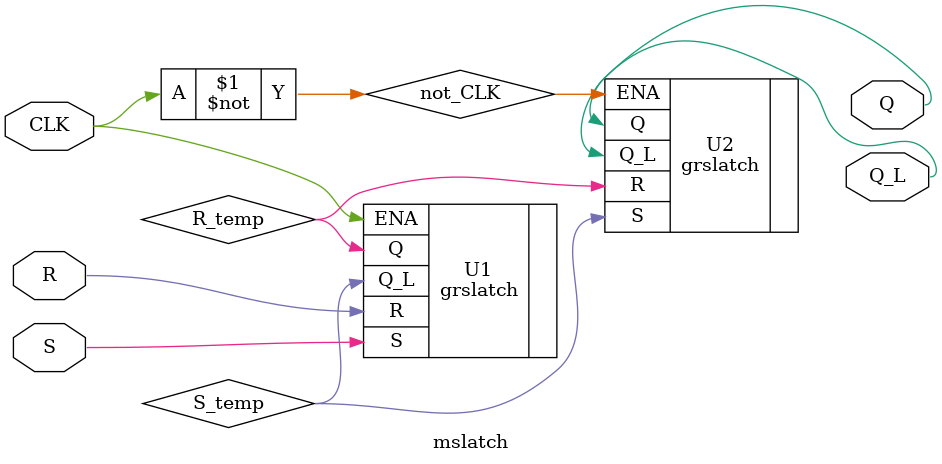
<source format=v>
`timescale 1ns / 1ps
module mslatch(
		input CLK,
		input R,
		input S,
		output Q,
		output Q_L
    );
	 
	 wire R_temp, S_temp, not_CLK;
	 
	 grslatch U1(.ENA(CLK), .R(R), .S(S), .Q(R_temp), .Q_L(S_temp));
	 assign #10 not_CLK = ~CLK;
	 grslatch U2(.ENA(not_CLK), .R(R_temp), .S(S_temp), .Q(Q), .Q_L(Q_L));

endmodule

</source>
